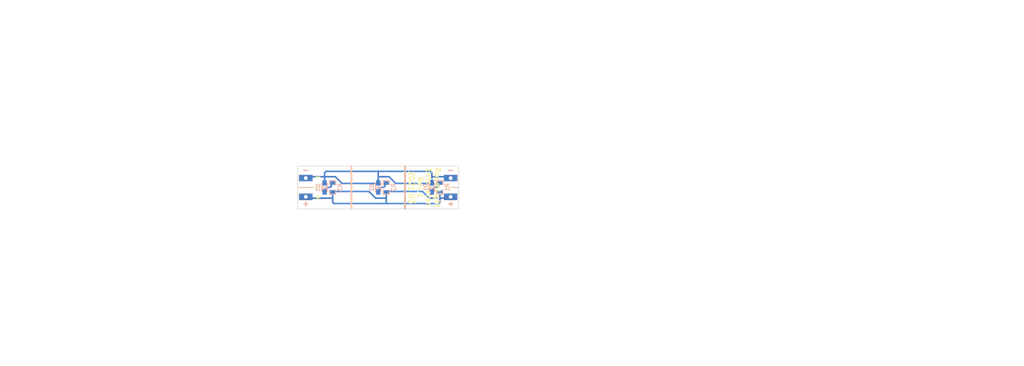
<source format=kicad_pcb>
(kicad_pcb (version 20171130) (host pcbnew "(5.1.9)-1")

  (general
    (thickness 0.8)
    (drawings 60)
    (tracks 87)
    (zones 0)
    (modules 10)
    (nets 6)
  )

  (page A4)
  (layers
    (0 F.Cu signal)
    (31 B.Cu signal)
    (32 B.Adhes user)
    (33 F.Adhes user)
    (34 B.Paste user)
    (35 F.Paste user)
    (36 B.SilkS user)
    (37 F.SilkS user)
    (38 B.Mask user)
    (39 F.Mask user)
    (40 Dwgs.User user)
    (41 Cmts.User user)
    (42 Eco1.User user)
    (43 Eco2.User user)
    (44 Edge.Cuts user)
    (45 Margin user)
    (46 B.CrtYd user)
    (47 F.CrtYd user)
    (48 B.Fab user)
    (49 F.Fab user)
  )

  (setup
    (last_trace_width 0.17)
    (user_trace_width 0.17)
    (user_trace_width 0.2)
    (user_trace_width 0.25)
    (user_trace_width 0.3)
    (user_trace_width 0.4)
    (user_trace_width 0.5)
    (user_trace_width 0.7)
    (trace_clearance 0.16)
    (zone_clearance 0.2)
    (zone_45_only no)
    (trace_min 0.15)
    (via_size 0.8)
    (via_drill 0.4)
    (via_min_size 0.4)
    (via_min_drill 0.3)
    (user_via 0.6 0.3)
    (user_via 0.8 0.4)
    (user_via 1 0.5)
    (uvia_size 0.3)
    (uvia_drill 0.1)
    (uvias_allowed no)
    (uvia_min_size 0.2)
    (uvia_min_drill 0.1)
    (edge_width 0.1)
    (segment_width 0.2)
    (pcb_text_width 0.3)
    (pcb_text_size 1.5 1.5)
    (mod_edge_width 0.15)
    (mod_text_size 1 1)
    (mod_text_width 0.15)
    (pad_size 1 1.8)
    (pad_drill 0)
    (pad_to_mask_clearance 0)
    (aux_axis_origin 0 0)
    (visible_elements 7FFFFF7F)
    (pcbplotparams
      (layerselection 0x010fc_ffffffff)
      (usegerberextensions false)
      (usegerberattributes true)
      (usegerberadvancedattributes true)
      (creategerberjobfile true)
      (excludeedgelayer true)
      (linewidth 0.100000)
      (plotframeref false)
      (viasonmask false)
      (mode 1)
      (useauxorigin false)
      (hpglpennumber 1)
      (hpglpenspeed 20)
      (hpglpendiameter 15.000000)
      (psnegative false)
      (psa4output false)
      (plotreference true)
      (plotvalue true)
      (plotinvisibletext false)
      (padsonsilk false)
      (subtractmaskfromsilk false)
      (outputformat 1)
      (mirror false)
      (drillshape 1)
      (scaleselection 1)
      (outputdirectory ""))
  )

  (net 0 "")
  (net 1 +12V)
  (net 2 GND)
  (net 3 "Net-(D1-Pad2)")
  (net 4 "Net-(D2-Pad2)")
  (net 5 "Net-(D3-Pad2)")

  (net_class Default "これはデフォルトのネット クラスです。"
    (clearance 0.16)
    (trace_width 0.17)
    (via_dia 0.8)
    (via_drill 0.4)
    (uvia_dia 0.3)
    (uvia_drill 0.1)
    (add_net +12V)
    (add_net GND)
    (add_net "Net-(D1-Pad2)")
    (add_net "Net-(D2-Pad2)")
    (add_net "Net-(D3-Pad2)")
  )

  (module footprint:LED_1608 (layer B.Cu) (tedit 5BA5BAEF) (tstamp 6044AE4B)
    (at 142 110 270)
    (path /6044B11E)
    (attr smd)
    (fp_text reference D1 (at 0 1.2 90) (layer B.SilkS)
      (effects (font (size 0.7 0.7) (thickness 0.14)) (justify mirror))
    )
    (fp_text value LED (at 0 1.25 90) (layer B.Fab) hide
      (effects (font (size 0.7 0.7) (thickness 0.14)) (justify mirror))
    )
    (fp_line (start 0.2 0.3) (end 0.2 -0.3) (layer B.SilkS) (width 0.15))
    (fp_line (start 0.2 -0.3) (end -0.2 0) (layer B.SilkS) (width 0.15))
    (fp_line (start -0.2 0) (end 0.2 0.3) (layer B.SilkS) (width 0.15))
    (fp_line (start -0.8 0.5) (end 0.8 0.5) (layer B.SilkS) (width 0.2))
    (fp_line (start -0.8 -0.5) (end 0.8 -0.5) (layer B.SilkS) (width 0.2))
    (pad 1 smd rect (at -0.85 0 270) (size 1 0.8) (layers B.Cu B.Paste B.Mask)
      (net 2 GND))
    (pad 2 smd rect (at 0.85 0 270) (size 1 0.8) (layers B.Cu B.Paste B.Mask)
      (net 3 "Net-(D1-Pad2)"))
    (model ${KISYS3DMOD}/LED_SMD.3dshapes/LED_0603_1608Metric_Castellated.step
      (at (xyz 0 0 0))
      (scale (xyz 1 1 0.5))
      (rotate (xyz 0 0 0))
    )
  )

  (module footprint:LED_1608 (layer B.Cu) (tedit 5BA5BAEF) (tstamp 6044AE56)
    (at 132 110 270)
    (path /6044E253)
    (attr smd)
    (fp_text reference D2 (at 0 1.2 90) (layer B.SilkS)
      (effects (font (size 0.7 0.7) (thickness 0.14)) (justify mirror))
    )
    (fp_text value LED (at 0 1.25 90) (layer B.Fab) hide
      (effects (font (size 0.7 0.7) (thickness 0.14)) (justify mirror))
    )
    (fp_line (start -0.8 -0.5) (end 0.8 -0.5) (layer B.SilkS) (width 0.2))
    (fp_line (start -0.8 0.5) (end 0.8 0.5) (layer B.SilkS) (width 0.2))
    (fp_line (start -0.2 0) (end 0.2 0.3) (layer B.SilkS) (width 0.15))
    (fp_line (start 0.2 -0.3) (end -0.2 0) (layer B.SilkS) (width 0.15))
    (fp_line (start 0.2 0.3) (end 0.2 -0.3) (layer B.SilkS) (width 0.15))
    (pad 2 smd rect (at 0.85 0 270) (size 1 0.8) (layers B.Cu B.Paste B.Mask)
      (net 4 "Net-(D2-Pad2)"))
    (pad 1 smd rect (at -0.85 0 270) (size 1 0.8) (layers B.Cu B.Paste B.Mask)
      (net 2 GND))
    (model ${KISYS3DMOD}/LED_SMD.3dshapes/LED_0603_1608Metric_Castellated.step
      (at (xyz 0 0 0))
      (scale (xyz 1 1 0.5))
      (rotate (xyz 0 0 0))
    )
  )

  (module footprint:LED_1608 (layer B.Cu) (tedit 5BA5BAEF) (tstamp 6044AE61)
    (at 122 110 270)
    (path /6044E818)
    (attr smd)
    (fp_text reference D3 (at 0 1.2 90) (layer B.SilkS)
      (effects (font (size 0.7 0.7) (thickness 0.14)) (justify mirror))
    )
    (fp_text value LED (at 0 1.25 90) (layer B.Fab) hide
      (effects (font (size 0.7 0.7) (thickness 0.14)) (justify mirror))
    )
    (fp_line (start 0.2 0.3) (end 0.2 -0.3) (layer B.SilkS) (width 0.15))
    (fp_line (start 0.2 -0.3) (end -0.2 0) (layer B.SilkS) (width 0.15))
    (fp_line (start -0.2 0) (end 0.2 0.3) (layer B.SilkS) (width 0.15))
    (fp_line (start -0.8 0.5) (end 0.8 0.5) (layer B.SilkS) (width 0.2))
    (fp_line (start -0.8 -0.5) (end 0.8 -0.5) (layer B.SilkS) (width 0.2))
    (pad 1 smd rect (at -0.85 0 270) (size 1 0.8) (layers B.Cu B.Paste B.Mask)
      (net 2 GND))
    (pad 2 smd rect (at 0.85 0 270) (size 1 0.8) (layers B.Cu B.Paste B.Mask)
      (net 5 "Net-(D3-Pad2)"))
    (model ${KISYS3DMOD}/LED_SMD.3dshapes/LED_0603_1608Metric_Castellated.step
      (at (xyz 0 0 0))
      (scale (xyz 1 1 0.5))
      (rotate (xyz 0 0 0))
    )
  )

  (module footprint:PCB_CONN_PAD_2.5mmx1.2mm (layer F.Cu) (tedit 6044A72B) (tstamp 6044AE66)
    (at 145.5 111.75)
    (path /6044ECF8)
    (fp_text reference J1 (at 0 1.5) (layer F.SilkS) hide
      (effects (font (size 1 1) (thickness 0.15)))
    )
    (fp_text value PAD (at 0 -1.5) (layer F.Fab) hide
      (effects (font (size 1 1) (thickness 0.15)))
    )
    (pad 1 thru_hole rect (at 0 0) (size 2.5 1.2) (drill 0.7) (layers *.Cu *.Mask)
      (net 1 +12V))
  )

  (module footprint:PCB_CONN_PAD_2.5mmx1.2mm (layer F.Cu) (tedit 6044A72B) (tstamp 6044AE6B)
    (at 118.5 111.75)
    (path /6044F0A3)
    (fp_text reference J2 (at 0 1.5) (layer F.SilkS) hide
      (effects (font (size 1 1) (thickness 0.15)))
    )
    (fp_text value PAD (at 0 -1.5) (layer F.Fab) hide
      (effects (font (size 1 1) (thickness 0.15)))
    )
    (pad 1 thru_hole rect (at 0 0) (size 2.5 1.2) (drill 0.7) (layers *.Cu *.Mask)
      (net 1 +12V))
  )

  (module footprint:PCB_CONN_PAD_2.5mmx1.2mm (layer F.Cu) (tedit 6044A72B) (tstamp 6044AE70)
    (at 145.5 108.25)
    (path /6044F459)
    (fp_text reference J3 (at 0 1.5) (layer F.SilkS) hide
      (effects (font (size 1 1) (thickness 0.15)))
    )
    (fp_text value PAD (at 0 -1.5) (layer F.Fab) hide
      (effects (font (size 1 1) (thickness 0.15)))
    )
    (pad 1 thru_hole rect (at 0 0) (size 2.5 1.2) (drill 0.7) (layers *.Cu *.Mask)
      (net 2 GND))
  )

  (module footprint:PCB_CONN_PAD_2.5mmx1.2mm (layer F.Cu) (tedit 6044A72B) (tstamp 6044AE75)
    (at 118.5 108.25)
    (path /6044FB82)
    (fp_text reference J4 (at 0 1.5) (layer F.SilkS) hide
      (effects (font (size 1 1) (thickness 0.15)))
    )
    (fp_text value PAD (at 0 -1.5) (layer F.Fab) hide
      (effects (font (size 1 1) (thickness 0.15)))
    )
    (pad 1 thru_hole rect (at 0 0) (size 2.5 1.2) (drill 0.7) (layers *.Cu *.Mask)
      (net 2 GND))
  )

  (module footprint:R_1608_v2 (layer B.Cu) (tedit 6001105B) (tstamp 6044AE81)
    (at 143.5 110 90)
    (path /6044ABF7)
    (attr smd)
    (fp_text reference R1 (at 0 1.4 90) (layer B.SilkS)
      (effects (font (size 0.8 0.8) (thickness 0.14)) (justify mirror))
    )
    (fp_text value 472 (at 0.05 1.25 90) (layer B.Fab) hide
      (effects (font (size 0.8 0.8) (thickness 0.14)) (justify mirror))
    )
    (fp_line (start -0.45 0.58) (end -1.28 0.58) (layer B.SilkS) (width 0.18))
    (fp_line (start -1.28 0.58) (end -1.28 -0.58) (layer B.SilkS) (width 0.18))
    (fp_line (start -1.28 -0.58) (end -0.45 -0.58) (layer B.SilkS) (width 0.18))
    (fp_line (start 0.45 0.58) (end 1.28 0.58) (layer B.SilkS) (width 0.18))
    (fp_line (start 1.28 0.58) (end 1.28 -0.58) (layer B.SilkS) (width 0.18))
    (fp_line (start 1.28 -0.58) (end 0.45 -0.58) (layer B.SilkS) (width 0.18))
    (pad 1 smd rect (at -0.825 0 90) (size 0.65 0.9) (layers B.Cu B.Paste B.Mask)
      (net 1 +12V))
    (pad 2 smd rect (at 0.825 0 90) (size 0.65 0.9) (layers B.Cu B.Paste B.Mask)
      (net 3 "Net-(D1-Pad2)"))
    (model Resistors_SMD.3dshapes/R_0603.wrl
      (at (xyz 0 0 0))
      (scale (xyz 1 1 1))
      (rotate (xyz 0 0 0))
    )
    (model ${KISYS3DMOD}/Resistor_SMD.3dshapes/R_0603_1608Metric.step
      (at (xyz 0 0 0))
      (scale (xyz 1 1 1))
      (rotate (xyz 0 0 0))
    )
  )

  (module footprint:R_1608_v2 (layer B.Cu) (tedit 6001105B) (tstamp 6044AE8D)
    (at 133.5 110 90)
    (path /6044E259)
    (attr smd)
    (fp_text reference R2 (at 0 1.4 90) (layer B.SilkS)
      (effects (font (size 0.8 0.8) (thickness 0.14)) (justify mirror))
    )
    (fp_text value 472 (at 0.05 1.25 90) (layer B.Fab) hide
      (effects (font (size 0.8 0.8) (thickness 0.14)) (justify mirror))
    )
    (fp_line (start 1.28 -0.58) (end 0.45 -0.58) (layer B.SilkS) (width 0.18))
    (fp_line (start 1.28 0.58) (end 1.28 -0.58) (layer B.SilkS) (width 0.18))
    (fp_line (start 0.45 0.58) (end 1.28 0.58) (layer B.SilkS) (width 0.18))
    (fp_line (start -1.28 -0.58) (end -0.45 -0.58) (layer B.SilkS) (width 0.18))
    (fp_line (start -1.28 0.58) (end -1.28 -0.58) (layer B.SilkS) (width 0.18))
    (fp_line (start -0.45 0.58) (end -1.28 0.58) (layer B.SilkS) (width 0.18))
    (pad 2 smd rect (at 0.825 0 90) (size 0.65 0.9) (layers B.Cu B.Paste B.Mask)
      (net 4 "Net-(D2-Pad2)"))
    (pad 1 smd rect (at -0.825 0 90) (size 0.65 0.9) (layers B.Cu B.Paste B.Mask)
      (net 1 +12V))
    (model Resistors_SMD.3dshapes/R_0603.wrl
      (at (xyz 0 0 0))
      (scale (xyz 1 1 1))
      (rotate (xyz 0 0 0))
    )
    (model ${KISYS3DMOD}/Resistor_SMD.3dshapes/R_0603_1608Metric.step
      (at (xyz 0 0 0))
      (scale (xyz 1 1 1))
      (rotate (xyz 0 0 0))
    )
  )

  (module footprint:R_1608_v2 (layer B.Cu) (tedit 6001105B) (tstamp 6044B0CC)
    (at 123.5 110 90)
    (path /6044E81E)
    (attr smd)
    (fp_text reference R3 (at 0 1.4 90) (layer B.SilkS)
      (effects (font (size 0.8 0.8) (thickness 0.14)) (justify mirror))
    )
    (fp_text value 472 (at 0.05 1.25 90) (layer B.Fab) hide
      (effects (font (size 0.8 0.8) (thickness 0.14)) (justify mirror))
    )
    (fp_line (start -0.45 0.58) (end -1.28 0.58) (layer B.SilkS) (width 0.18))
    (fp_line (start -1.28 0.58) (end -1.28 -0.58) (layer B.SilkS) (width 0.18))
    (fp_line (start -1.28 -0.58) (end -0.45 -0.58) (layer B.SilkS) (width 0.18))
    (fp_line (start 0.45 0.58) (end 1.28 0.58) (layer B.SilkS) (width 0.18))
    (fp_line (start 1.28 0.58) (end 1.28 -0.58) (layer B.SilkS) (width 0.18))
    (fp_line (start 1.28 -0.58) (end 0.45 -0.58) (layer B.SilkS) (width 0.18))
    (pad 1 smd rect (at -0.825 0 90) (size 0.65 0.9) (layers B.Cu B.Paste B.Mask)
      (net 1 +12V))
    (pad 2 smd rect (at 0.825 0 90) (size 0.65 0.9) (layers B.Cu B.Paste B.Mask)
      (net 5 "Net-(D3-Pad2)"))
    (model Resistors_SMD.3dshapes/R_0603.wrl
      (at (xyz 0 0 0))
      (scale (xyz 1 1 1))
      (rotate (xyz 0 0 0))
    )
    (model ${KISYS3DMOD}/Resistor_SMD.3dshapes/R_0603_1608Metric.step
      (at (xyz 0 0 0))
      (scale (xyz 1 1 1))
      (rotate (xyz 0 0 0))
    )
  )

  (gr_line (start 117 110) (end 119.75 110) (layer B.SilkS) (width 0.15))
  (gr_line (start 147 110) (end 145.75 110) (layer B.SilkS) (width 0.15))
  (gr_line (start 147 110) (end 144.5 110) (layer F.SilkS) (width 0.15))
  (gr_line (start 117 110) (end 121 110) (layer F.SilkS) (width 0.15))
  (gr_text "Rev.1\n2021.03" (at 139 110 -90) (layer F.SilkS)
    (effects (font (size 1 1) (thickness 0.18)))
  )
  (gr_text "Roomlight\nExtension" (at 142.25 110 -90) (layer F.SilkS)
    (effects (font (size 1 1) (thickness 0.18)))
  )
  (gr_text - (at 145.5 106.75) (layer B.SilkS) (tstamp 6044B338)
    (effects (font (size 1 1) (thickness 0.22)) (justify mirror))
  )
  (gr_text - (at 118.5 106.75) (layer B.SilkS) (tstamp 6044B335)
    (effects (font (size 1 1) (thickness 0.22)) (justify mirror))
  )
  (gr_text + (at 118.5 113) (layer B.SilkS) (tstamp 6044B333)
    (effects (font (size 1 1) (thickness 0.22)) (justify mirror))
  )
  (gr_text + (at 145.5 113) (layer B.SilkS) (tstamp 6044B324)
    (effects (font (size 1 1) (thickness 0.22)) (justify mirror))
  )
  (gr_text - (at 145.5 106.75) (layer F.SilkS) (tstamp 6044B31F)
    (effects (font (size 1 1) (thickness 0.22)))
  )
  (gr_text - (at 120.75 108) (layer F.SilkS) (tstamp 6044B31B)
    (effects (font (size 1 1) (thickness 0.22)))
  )
  (gr_text + (at 120.75 111.75) (layer F.SilkS) (tstamp 6044B317)
    (effects (font (size 1 1) (thickness 0.22)))
  )
  (gr_text + (at 145.5 113) (layer F.SilkS)
    (effects (font (size 1 1) (thickness 0.22)))
  )
  (gr_line (start 147 114) (end 147 106) (layer Edge.Cuts) (width 0.1))
  (gr_line (start 147 106) (end 117 106) (layer Edge.Cuts) (width 0.1) (tstamp 6044AD9E))
  (gr_line (start 117 114) (end 147 114) (layer Edge.Cuts) (width 0.1))
  (gr_line (start 117 106) (end 117 114) (layer Edge.Cuts) (width 0.1))
  (dimension 10 (width 0.15) (layer Eco1.User)
    (gr_text "10.000 mm" (at 208.7 138.25 90) (layer Eco1.User)
      (effects (font (size 1 1) (thickness 0.15)))
    )
    (feature1 (pts (xy 211.5 133.25) (xy 209.413579 133.25)))
    (feature2 (pts (xy 211.5 143.25) (xy 209.413579 143.25)))
    (crossbar (pts (xy 210 143.25) (xy 210 133.25)))
    (arrow1a (pts (xy 210 133.25) (xy 210.586421 134.376504)))
    (arrow1b (pts (xy 210 133.25) (xy 209.413579 134.376504)))
    (arrow2a (pts (xy 210 143.25) (xy 210.586421 142.123496)))
    (arrow2b (pts (xy 210 143.25) (xy 209.413579 142.123496)))
  )
  (dimension 10 (width 0.15) (layer Eco1.User) (tstamp 6003C453)
    (gr_text "10.000 mm" (at 162 76.7) (layer Eco1.User) (tstamp 6003C453)
      (effects (font (size 1 1) (thickness 0.15)))
    )
    (feature1 (pts (xy 157 81) (xy 157 77.413579)))
    (feature2 (pts (xy 167 81) (xy 167 77.413579)))
    (crossbar (pts (xy 167 78) (xy 157 78)))
    (arrow1a (pts (xy 157 78) (xy 158.126504 78.586421)))
    (arrow1b (pts (xy 157 78) (xy 158.126504 77.413579)))
    (arrow2a (pts (xy 167 78) (xy 165.873496 78.586421)))
    (arrow2b (pts (xy 167 78) (xy 165.873496 77.413579)))
  )
  (gr_line (start 245.25 111.75) (end 97.5 111.75) (layer Dwgs.User) (width 0.15) (tstamp 600458F6))
  (gr_line (start 209.3 108.1) (end 61.55 108.1) (layer Dwgs.User) (width 0.15) (tstamp 600458F9))
  (gr_line (start 245.25 109.25) (end 97.5 109.25) (layer Dwgs.User) (width 0.15) (tstamp 600458FC))
  (dimension 1.75 (width 0.15) (layer Eco1.User)
    (gr_text "1.750 mm" (at 251.05 113.125 90) (layer Eco1.User)
      (effects (font (size 1 1) (thickness 0.15)))
    )
    (feature1 (pts (xy 247 112.25) (xy 250.336421 112.25)))
    (feature2 (pts (xy 247 114) (xy 250.336421 114)))
    (crossbar (pts (xy 249.75 114) (xy 249.75 112.25)))
    (arrow1a (pts (xy 249.75 112.25) (xy 249.163579 113.376504)))
    (arrow1b (pts (xy 249.75 112.25) (xy 250.336421 113.376504)))
    (arrow2a (pts (xy 249.75 114) (xy 249.163579 112.873496)))
    (arrow2b (pts (xy 249.75 114) (xy 250.336421 112.873496)))
  )
  (dimension 1.75 (width 0.15) (layer Eco1.User)
    (gr_text "1.750 mm" (at 250.55 106.875 90) (layer Eco1.User)
      (effects (font (size 1 1) (thickness 0.15)))
    )
    (feature1 (pts (xy 247 107.75) (xy 249.836421 107.75)))
    (feature2 (pts (xy 247 106) (xy 249.836421 106)))
    (crossbar (pts (xy 249.25 106) (xy 249.25 107.75)))
    (arrow1a (pts (xy 249.25 107.75) (xy 249.836421 106.623496)))
    (arrow1b (pts (xy 249.25 107.75) (xy 248.663579 106.623496)))
    (arrow2a (pts (xy 249.25 106) (xy 249.836421 107.126504)))
    (arrow2b (pts (xy 249.25 106) (xy 248.663579 107.126504)))
  )
  (dimension 6.5 (width 0.15) (layer Eco1.User)
    (gr_text "6.500 mm" (at 209.25 125.8) (layer Eco1.User)
      (effects (font (size 1 1) (thickness 0.15)))
    )
    (feature1 (pts (xy 206 123) (xy 206 125.086421)))
    (feature2 (pts (xy 212.5 123) (xy 212.5 125.086421)))
    (crossbar (pts (xy 212.5 124.5) (xy 206 124.5)))
    (arrow1a (pts (xy 206 124.5) (xy 207.126504 125.086421)))
    (arrow1b (pts (xy 206 124.5) (xy 207.126504 123.913579)))
    (arrow2a (pts (xy 212.5 124.5) (xy 211.373496 125.086421)))
    (arrow2b (pts (xy 212.5 124.5) (xy 211.373496 123.913579)))
  )
  (dimension 2 (width 0.15) (layer Eco1.User)
    (gr_text "2.000 mm" (at 213.5 130.8) (layer Eco1.User)
      (effects (font (size 1 1) (thickness 0.15)))
    )
    (feature1 (pts (xy 212.5 123) (xy 212.5 130.086421)))
    (feature2 (pts (xy 214.5 123) (xy 214.5 130.086421)))
    (crossbar (pts (xy 214.5 129.5) (xy 212.5 129.5)))
    (arrow1a (pts (xy 212.5 129.5) (xy 213.626504 130.086421)))
    (arrow1b (pts (xy 212.5 129.5) (xy 213.626504 128.913579)))
    (arrow2a (pts (xy 214.5 129.5) (xy 213.373496 130.086421)))
    (arrow2b (pts (xy 214.5 129.5) (xy 213.373496 128.913579)))
  )
  (dimension 3 (width 0.15) (layer Eco1.User)
    (gr_text "3.000 mm" (at 216 126.8) (layer Eco1.User)
      (effects (font (size 1 1) (thickness 0.15)))
    )
    (feature1 (pts (xy 214.5 123) (xy 214.5 126.086421)))
    (feature2 (pts (xy 217.5 123) (xy 217.5 126.086421)))
    (crossbar (pts (xy 217.5 125.5) (xy 214.5 125.5)))
    (arrow1a (pts (xy 214.5 125.5) (xy 215.626504 126.086421)))
    (arrow1b (pts (xy 214.5 125.5) (xy 215.626504 124.913579)))
    (arrow2a (pts (xy 217.5 125.5) (xy 216.373496 126.086421)))
    (arrow2b (pts (xy 217.5 125.5) (xy 216.373496 124.913579)))
  )
  (dimension 26.5 (width 0.15) (layer Eco1.User)
    (gr_text "26.500 mm" (at 230.75 125.8) (layer Eco1.User)
      (effects (font (size 1 1) (thickness 0.15)))
    )
    (feature1 (pts (xy 217.5 123) (xy 217.5 125.086421)))
    (feature2 (pts (xy 244 123) (xy 244 125.086421)))
    (crossbar (pts (xy 244 124.5) (xy 217.5 124.5)))
    (arrow1a (pts (xy 217.5 124.5) (xy 218.626504 125.086421)))
    (arrow1b (pts (xy 217.5 124.5) (xy 218.626504 123.913579)))
    (arrow2a (pts (xy 244 124.5) (xy 242.873496 125.086421)))
    (arrow2b (pts (xy 244 124.5) (xy 242.873496 123.913579)))
  )
  (gr_line (start 127 114) (end 127 106) (layer B.SilkS) (width 0.3) (tstamp 5FC2172E))
  (gr_line (start 137 114) (end 137 106) (layer B.SilkS) (width 0.3) (tstamp 5FC2172C))
  (gr_line (start 137 106) (end 137 114) (layer F.SilkS) (width 0.3) (tstamp 5FC20831))
  (gr_line (start 127 106) (end 127 114) (layer F.SilkS) (width 0.3) (tstamp 5FC2082F))
  (dimension 7 (width 0.15) (layer Eco1.User)
    (gr_text "7.000 mm" (at 103.5 76.7) (layer Eco1.User)
      (effects (font (size 1 1) (thickness 0.15)))
    )
    (feature1 (pts (xy 100 81) (xy 100 77.413579)))
    (feature2 (pts (xy 107 81) (xy 107 77.413579)))
    (crossbar (pts (xy 107 78) (xy 100 78)))
    (arrow1a (pts (xy 100 78) (xy 101.126504 78.586421)))
    (arrow1b (pts (xy 100 78) (xy 101.126504 77.413579)))
    (arrow2a (pts (xy 107 78) (xy 105.873496 78.586421)))
    (arrow2b (pts (xy 107 78) (xy 105.873496 77.413579)))
  )
  (dimension 10 (width 0.15) (layer Eco1.User)
    (gr_text "10.000 mm" (at 112 75.7) (layer Eco1.User)
      (effects (font (size 1 1) (thickness 0.15)))
    )
    (feature1 (pts (xy 107 81) (xy 107 76.413579)))
    (feature2 (pts (xy 117 81) (xy 117 76.413579)))
    (crossbar (pts (xy 117 77) (xy 107 77)))
    (arrow1a (pts (xy 107 77) (xy 108.126504 77.586421)))
    (arrow1b (pts (xy 107 77) (xy 108.126504 76.413579)))
    (arrow2a (pts (xy 117 77) (xy 115.873496 77.586421)))
    (arrow2b (pts (xy 117 77) (xy 115.873496 76.413579)))
  )
  (dimension 10 (width 0.15) (layer Eco1.User)
    (gr_text "10.000 mm" (at 122 76.7) (layer Eco1.User)
      (effects (font (size 1 1) (thickness 0.15)))
    )
    (feature1 (pts (xy 117 81) (xy 117 77.413579)))
    (feature2 (pts (xy 127 81) (xy 127 77.413579)))
    (crossbar (pts (xy 127 78) (xy 117 78)))
    (arrow1a (pts (xy 117 78) (xy 118.126504 78.586421)))
    (arrow1b (pts (xy 117 78) (xy 118.126504 77.413579)))
    (arrow2a (pts (xy 127 78) (xy 125.873496 78.586421)))
    (arrow2b (pts (xy 127 78) (xy 125.873496 77.413579)))
  )
  (dimension 10 (width 0.15) (layer Eco1.User)
    (gr_text "10.000 mm" (at 132 75.7) (layer Eco1.User)
      (effects (font (size 1 1) (thickness 0.15)))
    )
    (feature1 (pts (xy 127 81) (xy 127 76.413579)))
    (feature2 (pts (xy 137 81) (xy 137 76.413579)))
    (crossbar (pts (xy 137 77) (xy 127 77)))
    (arrow1a (pts (xy 127 77) (xy 128.126504 77.586421)))
    (arrow1b (pts (xy 127 77) (xy 128.126504 76.413579)))
    (arrow2a (pts (xy 137 77) (xy 135.873496 77.586421)))
    (arrow2b (pts (xy 137 77) (xy 135.873496 76.413579)))
  )
  (dimension 10 (width 0.15) (layer Eco1.User)
    (gr_text "10.000 mm" (at 142 76.7) (layer Eco1.User)
      (effects (font (size 1 1) (thickness 0.15)))
    )
    (feature1 (pts (xy 137 81) (xy 137 77.413579)))
    (feature2 (pts (xy 147 81) (xy 147 77.413579)))
    (crossbar (pts (xy 147 78) (xy 137 78)))
    (arrow1a (pts (xy 137 78) (xy 138.126504 78.586421)))
    (arrow1b (pts (xy 137 78) (xy 138.126504 77.413579)))
    (arrow2a (pts (xy 147 78) (xy 145.873496 78.586421)))
    (arrow2b (pts (xy 147 78) (xy 145.873496 77.413579)))
  )
  (dimension 10 (width 0.15) (layer Eco1.User)
    (gr_text "10.000 mm" (at 152 75.7) (layer Eco1.User)
      (effects (font (size 1 1) (thickness 0.15)))
    )
    (feature1 (pts (xy 147 81) (xy 147 76.413579)))
    (feature2 (pts (xy 157 81) (xy 157 76.413579)))
    (crossbar (pts (xy 157 77) (xy 147 77)))
    (arrow1a (pts (xy 147 77) (xy 148.126504 77.586421)))
    (arrow1b (pts (xy 147 77) (xy 148.126504 76.413579)))
    (arrow2a (pts (xy 157 77) (xy 155.873496 77.586421)))
    (arrow2b (pts (xy 157 77) (xy 155.873496 76.413579)))
  )
  (dimension 60 (width 0.15) (layer Eco1.User)
    (gr_text "60.000 mm" (at 197 76.7) (layer Eco1.User)
      (effects (font (size 1 1) (thickness 0.15)))
    )
    (feature1 (pts (xy 167 81) (xy 167 77.413579)))
    (feature2 (pts (xy 227 81) (xy 227 77.413579)))
    (crossbar (pts (xy 227 78) (xy 167 78)))
    (arrow1a (pts (xy 167 78) (xy 168.126504 78.586421)))
    (arrow1b (pts (xy 167 78) (xy 168.126504 77.413579)))
    (arrow2a (pts (xy 227 78) (xy 225.873496 78.586421)))
    (arrow2b (pts (xy 227 78) (xy 225.873496 77.413579)))
  )
  (dimension 10 (width 0.15) (layer Eco1.User)
    (gr_text "10.000 mm" (at 232 77.7) (layer Eco1.User)
      (effects (font (size 1 1) (thickness 0.15)))
    )
    (feature1 (pts (xy 227 81) (xy 227 78.413579)))
    (feature2 (pts (xy 237 81) (xy 237 78.413579)))
    (crossbar (pts (xy 237 79) (xy 227 79)))
    (arrow1a (pts (xy 227 79) (xy 228.126504 79.586421)))
    (arrow1b (pts (xy 227 79) (xy 228.126504 78.413579)))
    (arrow2a (pts (xy 237 79) (xy 235.873496 79.586421)))
    (arrow2b (pts (xy 237 79) (xy 235.873496 78.413579)))
  )
  (dimension 7 (width 0.15) (layer Eco1.User)
    (gr_text "7.000 mm" (at 240.5 76.7) (layer Eco1.User)
      (effects (font (size 1 1) (thickness 0.15)))
    )
    (feature1 (pts (xy 237 81) (xy 237 77.413579)))
    (feature2 (pts (xy 244 81) (xy 244 77.413579)))
    (crossbar (pts (xy 244 78) (xy 237 78)))
    (arrow1a (pts (xy 237 78) (xy 238.126504 78.586421)))
    (arrow1b (pts (xy 237 78) (xy 238.126504 77.413579)))
    (arrow2a (pts (xy 244 78) (xy 242.873496 78.586421)))
    (arrow2b (pts (xy 244 78) (xy 242.873496 77.413579)))
  )
  (dimension 21 (width 0.15) (layer Eco1.User)
    (gr_text "21.000 mm" (at 233.5 84.7) (layer Eco1.User)
      (effects (font (size 1 1) (thickness 0.15)))
    )
    (feature1 (pts (xy 223 89) (xy 223 85.413579)))
    (feature2 (pts (xy 244 89) (xy 244 85.413579)))
    (crossbar (pts (xy 244 86) (xy 223 86)))
    (arrow1a (pts (xy 223 86) (xy 224.126504 86.586421)))
    (arrow1b (pts (xy 223 86) (xy 224.126504 85.413579)))
    (arrow2a (pts (xy 244 86) (xy 242.873496 86.586421)))
    (arrow2b (pts (xy 244 86) (xy 242.873496 85.413579)))
  )
  (dimension 1 (width 0.15) (layer Eco1.User)
    (gr_text "1.000 mm" (at 243.5 92.7) (layer Eco1.User)
      (effects (font (size 1 1) (thickness 0.15)))
    )
    (feature1 (pts (xy 244 98) (xy 244 93.413579)))
    (feature2 (pts (xy 243 98) (xy 243 93.413579)))
    (crossbar (pts (xy 243 94) (xy 244 94)))
    (arrow1a (pts (xy 244 94) (xy 242.873496 93.413579)))
    (arrow1b (pts (xy 244 94) (xy 242.873496 94.586421)))
    (arrow2a (pts (xy 243 94) (xy 244.126504 93.413579)))
    (arrow2b (pts (xy 243 94) (xy 244.126504 94.586421)))
  )
  (dimension 7 (width 0.15) (layer Eco1.User)
    (gr_text "7.000 mm" (at 239.5 94.7) (layer Eco1.User)
      (effects (font (size 1 1) (thickness 0.15)))
    )
    (feature1 (pts (xy 243 98) (xy 243 95.413579)))
    (feature2 (pts (xy 236 98) (xy 236 95.413579)))
    (crossbar (pts (xy 236 96) (xy 243 96)))
    (arrow1a (pts (xy 243 96) (xy 241.873496 95.413579)))
    (arrow1b (pts (xy 243 96) (xy 241.873496 96.586421)))
    (arrow2a (pts (xy 236 96) (xy 237.126504 95.413579)))
    (arrow2b (pts (xy 236 96) (xy 237.126504 96.586421)))
  )
  (dimension 10 (width 0.15) (layer Eco1.User)
    (gr_text "10.000 mm" (at 231 92.7) (layer Eco1.User)
      (effects (font (size 1 1) (thickness 0.15)))
    )
    (feature1 (pts (xy 236 98) (xy 236 93.413579)))
    (feature2 (pts (xy 226 98) (xy 226 93.413579)))
    (crossbar (pts (xy 226 94) (xy 236 94)))
    (arrow1a (pts (xy 236 94) (xy 234.873496 93.413579)))
    (arrow1b (pts (xy 236 94) (xy 234.873496 94.586421)))
    (arrow2a (pts (xy 226 94) (xy 227.126504 93.413579)))
    (arrow2b (pts (xy 226 94) (xy 227.126504 94.586421)))
  )
  (dimension 12.5 (width 0.15) (layer Eco1.User)
    (gr_text "12.500 mm" (at 219.75 94.7) (layer Eco1.User)
      (effects (font (size 1 1) (thickness 0.15)))
    )
    (feature1 (pts (xy 226 98) (xy 226 95.413579)))
    (feature2 (pts (xy 213.5 98) (xy 213.5 95.413579)))
    (crossbar (pts (xy 213.5 96) (xy 226 96)))
    (arrow1a (pts (xy 226 96) (xy 224.873496 95.413579)))
    (arrow1b (pts (xy 226 96) (xy 224.873496 96.586421)))
    (arrow2a (pts (xy 213.5 96) (xy 214.626504 95.413579)))
    (arrow2b (pts (xy 213.5 96) (xy 214.626504 96.586421)))
  )
  (dimension 13 (width 0.15) (layer Eco1.User)
    (gr_text "13.000 mm" (at 207 92.7) (layer Eco1.User)
      (effects (font (size 1 1) (thickness 0.15)))
    )
    (feature1 (pts (xy 213.5 98) (xy 213.5 93.413579)))
    (feature2 (pts (xy 200.5 98) (xy 200.5 93.413579)))
    (crossbar (pts (xy 200.5 94) (xy 213.5 94)))
    (arrow1a (pts (xy 213.5 94) (xy 212.373496 93.413579)))
    (arrow1b (pts (xy 213.5 94) (xy 212.373496 94.586421)))
    (arrow2a (pts (xy 200.5 94) (xy 201.626504 93.413579)))
    (arrow2b (pts (xy 200.5 94) (xy 201.626504 94.586421)))
  )
  (dimension 13 (width 0.15) (layer Eco1.User)
    (gr_text "13.000 mm" (at 194 94.7) (layer Eco1.User)
      (effects (font (size 1 1) (thickness 0.15)))
    )
    (feature1 (pts (xy 200.5 98) (xy 200.5 95.413579)))
    (feature2 (pts (xy 187.5 98) (xy 187.5 95.413579)))
    (crossbar (pts (xy 187.5 96) (xy 200.5 96)))
    (arrow1a (pts (xy 200.5 96) (xy 199.373496 95.413579)))
    (arrow1b (pts (xy 200.5 96) (xy 199.373496 96.586421)))
    (arrow2a (pts (xy 187.5 96) (xy 188.626504 95.413579)))
    (arrow2b (pts (xy 187.5 96) (xy 188.626504 96.586421)))
  )
  (dimension 13 (width 0.15) (layer Eco1.User)
    (gr_text "13.000 mm" (at 181 92.7) (layer Eco1.User)
      (effects (font (size 1 1) (thickness 0.15)))
    )
    (feature1 (pts (xy 187.5 98) (xy 187.5 93.413579)))
    (feature2 (pts (xy 174.5 98) (xy 174.5 93.413579)))
    (crossbar (pts (xy 174.5 94) (xy 187.5 94)))
    (arrow1a (pts (xy 187.5 94) (xy 186.373496 93.413579)))
    (arrow1b (pts (xy 187.5 94) (xy 186.373496 94.586421)))
    (arrow2a (pts (xy 174.5 94) (xy 175.626504 93.413579)))
    (arrow2b (pts (xy 174.5 94) (xy 175.626504 94.586421)))
  )
  (dimension 12.5 (width 0.15) (layer Eco1.User)
    (gr_text "12.500 mm" (at 168.25 94.7) (layer Eco1.User)
      (effects (font (size 1 1) (thickness 0.15)))
    )
    (feature1 (pts (xy 174.5 98) (xy 174.5 95.413579)))
    (feature2 (pts (xy 162 98) (xy 162 95.413579)))
    (crossbar (pts (xy 162 96) (xy 174.5 96)))
    (arrow1a (pts (xy 174.5 96) (xy 173.373496 95.413579)))
    (arrow1b (pts (xy 174.5 96) (xy 173.373496 96.586421)))
    (arrow2a (pts (xy 162 96) (xy 163.126504 95.413579)))
    (arrow2b (pts (xy 162 96) (xy 163.126504 96.586421)))
  )
  (dimension 10 (width 0.15) (layer Eco1.User)
    (gr_text "10.000 mm" (at 157 92.7) (layer Eco1.User)
      (effects (font (size 1 1) (thickness 0.15)))
    )
    (feature1 (pts (xy 162 98) (xy 162 93.413579)))
    (feature2 (pts (xy 152 98) (xy 152 93.413579)))
    (crossbar (pts (xy 152 94) (xy 162 94)))
    (arrow1a (pts (xy 162 94) (xy 160.873496 93.413579)))
    (arrow1b (pts (xy 162 94) (xy 160.873496 94.586421)))
    (arrow2a (pts (xy 152 94) (xy 153.126504 93.413579)))
    (arrow2b (pts (xy 152 94) (xy 153.126504 94.586421)))
  )
  (dimension 10 (width 0.15) (layer Eco1.User)
    (gr_text "10.000 mm" (at 147 94.7) (layer Eco1.User)
      (effects (font (size 1 1) (thickness 0.15)))
    )
    (feature1 (pts (xy 152 98) (xy 152 95.413579)))
    (feature2 (pts (xy 142 98) (xy 142 95.413579)))
    (crossbar (pts (xy 142 96) (xy 152 96)))
    (arrow1a (pts (xy 152 96) (xy 150.873496 95.413579)))
    (arrow1b (pts (xy 152 96) (xy 150.873496 96.586421)))
    (arrow2a (pts (xy 142 96) (xy 143.126504 95.413579)))
    (arrow2b (pts (xy 142 96) (xy 143.126504 96.586421)))
  )
  (dimension 10 (width 0.15) (layer Eco1.User)
    (gr_text "10.000 mm" (at 137 92.7) (layer Eco1.User)
      (effects (font (size 1 1) (thickness 0.15)))
    )
    (feature1 (pts (xy 142 98) (xy 142 93.413579)))
    (feature2 (pts (xy 132 98) (xy 132 93.413579)))
    (crossbar (pts (xy 132 94) (xy 142 94)))
    (arrow1a (pts (xy 142 94) (xy 140.873496 93.413579)))
    (arrow1b (pts (xy 142 94) (xy 140.873496 94.586421)))
    (arrow2a (pts (xy 132 94) (xy 133.126504 93.413579)))
    (arrow2b (pts (xy 132 94) (xy 133.126504 94.586421)))
  )
  (dimension 10 (width 0.15) (layer Eco1.User)
    (gr_text "10.000 mm" (at 127 94.7) (layer Eco1.User)
      (effects (font (size 1 1) (thickness 0.15)))
    )
    (feature1 (pts (xy 132 98) (xy 132 95.413579)))
    (feature2 (pts (xy 122 98) (xy 122 95.413579)))
    (crossbar (pts (xy 122 96) (xy 132 96)))
    (arrow1a (pts (xy 132 96) (xy 130.873496 95.413579)))
    (arrow1b (pts (xy 132 96) (xy 130.873496 96.586421)))
    (arrow2a (pts (xy 122 96) (xy 123.126504 95.413579)))
    (arrow2b (pts (xy 122 96) (xy 123.126504 96.586421)))
  )
  (dimension 10 (width 0.15) (layer Eco1.User)
    (gr_text "10.000 mm" (at 117 92.7) (layer Eco1.User)
      (effects (font (size 1 1) (thickness 0.15)))
    )
    (feature1 (pts (xy 122 98) (xy 122 93.413579)))
    (feature2 (pts (xy 112 98) (xy 112 93.413579)))
    (crossbar (pts (xy 112 94) (xy 122 94)))
    (arrow1a (pts (xy 122 94) (xy 120.873496 93.413579)))
    (arrow1b (pts (xy 122 94) (xy 120.873496 94.586421)))
    (arrow2a (pts (xy 112 94) (xy 113.126504 93.413579)))
    (arrow2b (pts (xy 112 94) (xy 113.126504 94.586421)))
  )
  (dimension 10 (width 0.15) (layer Eco1.User)
    (gr_text "10.000 mm" (at 107 94.7) (layer Eco1.User)
      (effects (font (size 1 1) (thickness 0.15)))
    )
    (feature1 (pts (xy 112 98) (xy 112 95.413579)))
    (feature2 (pts (xy 102 98) (xy 102 95.413579)))
    (crossbar (pts (xy 102 96) (xy 112 96)))
    (arrow1a (pts (xy 112 96) (xy 110.873496 95.413579)))
    (arrow1b (pts (xy 112 96) (xy 110.873496 96.586421)))
    (arrow2a (pts (xy 102 96) (xy 103.126504 95.413579)))
    (arrow2b (pts (xy 102 96) (xy 103.126504 96.586421)))
  )
  (dimension 2 (width 0.15) (layer Eco1.User)
    (gr_text "2.000 mm" (at 101 92.7) (layer Eco1.User)
      (effects (font (size 1 1) (thickness 0.15)))
    )
    (feature1 (pts (xy 102 98) (xy 102 93.413579)))
    (feature2 (pts (xy 100 98) (xy 100 93.413579)))
    (crossbar (pts (xy 100 94) (xy 102 94)))
    (arrow1a (pts (xy 102 94) (xy 100.873496 93.413579)))
    (arrow1b (pts (xy 102 94) (xy 100.873496 94.586421)))
    (arrow2a (pts (xy 100 94) (xy 101.126504 93.413579)))
    (arrow2b (pts (xy 100 94) (xy 101.126504 94.586421)))
  )
  (dimension 8 (width 0.15) (layer Eco1.User)
    (gr_text "8.000 mm" (at 91.2 110 90) (layer Eco1.User)
      (effects (font (size 1 1) (thickness 0.15)))
    )
    (feature1 (pts (xy 95.5 114) (xy 91.913579 114)))
    (feature2 (pts (xy 95.5 106) (xy 91.913579 106)))
    (crossbar (pts (xy 92.5 106) (xy 92.5 114)))
    (arrow1a (pts (xy 92.5 114) (xy 93.086421 112.873496)))
    (arrow1b (pts (xy 92.5 114) (xy 91.913579 112.873496)))
    (arrow2a (pts (xy 92.5 106) (xy 93.086421 107.126504)))
    (arrow2b (pts (xy 92.5 106) (xy 91.913579 107.126504)))
  )
  (dimension 144 (width 0.15) (layer Eco1.User) (tstamp 603F8677)
    (gr_text "144.000 mm" (at 172 122.3) (layer Eco1.User) (tstamp 603F8677)
      (effects (font (size 1 1) (thickness 0.15)))
    )
    (feature1 (pts (xy 244 118) (xy 244 121.586421)))
    (feature2 (pts (xy 100 118) (xy 100 121.586421)))
    (crossbar (pts (xy 100 121) (xy 244 121)))
    (arrow1a (pts (xy 244 121) (xy 242.873496 120.413579)))
    (arrow1b (pts (xy 244 121) (xy 242.873496 121.586421)))
    (arrow2a (pts (xy 100 121) (xy 101.126504 120.413579)))
    (arrow2b (pts (xy 100 121) (xy 101.126504 121.586421)))
  )

  (segment (start 123.5 112) (end 123.5 110.825) (width 0.3) (layer B.Cu) (net 1))
  (segment (start 121.5 112) (end 123.5 112) (width 0.3) (layer B.Cu) (net 1))
  (segment (start 123.5 110.75) (end 129.75 110.75) (width 0.3) (layer B.Cu) (net 1))
  (segment (start 131.5 112) (end 133.5 112) (width 0.3) (layer B.Cu) (net 1))
  (segment (start 130.25 110.75) (end 131.5 112) (width 0.3) (layer B.Cu) (net 1))
  (segment (start 133.5 112) (end 133.5 113) (width 0.3) (layer B.Cu) (net 1))
  (segment (start 133.5 113) (end 142 113) (width 0.3) (layer B.Cu) (net 1))
  (segment (start 132 113) (end 133.5 113) (width 0.3) (layer B.Cu) (net 1))
  (segment (start 133.5 112) (end 133.5 110.825) (width 0.3) (layer B.Cu) (net 1))
  (segment (start 140.25 110.75) (end 141.5 112) (width 0.3) (layer B.Cu) (net 1))
  (segment (start 133.5 110.75) (end 140.25 110.75) (width 0.3) (layer B.Cu) (net 1))
  (segment (start 141.5 112) (end 143.5 112) (width 0.3) (layer B.Cu) (net 1))
  (segment (start 143.5 112) (end 143.5 110.825) (width 0.3) (layer B.Cu) (net 1))
  (segment (start 130.25 110.75) (end 129.75 110.75) (width 0.3) (layer B.Cu) (net 1))
  (segment (start 143.575 110.75) (end 143.5 110.825) (width 0.3) (layer B.Cu) (net 1))
  (segment (start 145.25 112) (end 145.5 111.75) (width 0.3) (layer B.Cu) (net 1))
  (segment (start 143.5 112) (end 145.25 112) (width 0.3) (layer B.Cu) (net 1))
  (segment (start 143.5 112.75) (end 143.25 113) (width 0.3) (layer B.Cu) (net 1))
  (segment (start 142 113) (end 143.25 113) (width 0.3) (layer B.Cu) (net 1))
  (segment (start 143.5 112) (end 143.5 112.75) (width 0.3) (layer B.Cu) (net 1))
  (segment (start 118.75 112) (end 118.5 111.75) (width 0.3) (layer B.Cu) (net 1))
  (segment (start 121.5 112) (end 118.75 112) (width 0.3) (layer B.Cu) (net 1))
  (segment (start 123.5 112.75) (end 123.75 113) (width 0.3) (layer B.Cu) (net 1))
  (segment (start 123.5 112) (end 123.5 112.75) (width 0.3) (layer B.Cu) (net 1))
  (segment (start 123.75 113) (end 132 113) (width 0.3) (layer B.Cu) (net 1))
  (segment (start 142.1 109.25) (end 142 109.15) (width 0.3) (layer B.Cu) (net 2) (tstamp 6004B21B))
  (segment (start 132.1 109.25) (end 132 109.15) (width 0.3) (layer B.Cu) (net 2) (tstamp 6004B21B))
  (segment (start 122.1 109.25) (end 122 109.15) (width 0.3) (layer B.Cu) (net 2) (tstamp 6004B21B))
  (segment (start 134 108) (end 132 108) (width 0.3) (layer B.Cu) (net 2))
  (segment (start 142.1 109.25) (end 142 109.15) (width 0.3) (layer B.Cu) (net 2))
  (segment (start 132.1 109.25) (end 132 109.15) (width 0.3) (layer B.Cu) (net 2))
  (segment (start 122.1 109.25) (end 122 109.15) (width 0.3) (layer B.Cu) (net 2))
  (segment (start 132 109.15) (end 132 107) (width 0.3) (layer B.Cu) (net 2))
  (segment (start 134 108) (end 134.5 108.5) (width 0.3) (layer B.Cu) (net 2))
  (segment (start 134.5 108.5) (end 135.25 109.25) (width 0.3) (layer B.Cu) (net 2))
  (segment (start 141.95 109.25) (end 141 109.25) (width 0.3) (layer B.Cu) (net 2))
  (segment (start 141 109.25) (end 135.25 109.25) (width 0.3) (layer B.Cu) (net 2))
  (segment (start 145.25 108) (end 145.5 108.25) (width 0.3) (layer B.Cu) (net 2))
  (segment (start 142 108) (end 145.25 108) (width 0.3) (layer B.Cu) (net 2))
  (segment (start 142 107.25) (end 142 109.15) (width 0.3) (layer B.Cu) (net 2))
  (segment (start 141.75 107) (end 142 107.25) (width 0.3) (layer B.Cu) (net 2))
  (segment (start 132 107) (end 141.75 107) (width 0.3) (layer B.Cu) (net 2))
  (segment (start 131.25 107) (end 132 107) (width 0.3) (layer B.Cu) (net 2))
  (segment (start 122 107.25) (end 122.25 107) (width 0.3) (layer B.Cu) (net 2))
  (segment (start 122.25 107) (end 131.25 107) (width 0.3) (layer B.Cu) (net 2))
  (segment (start 122 109.15) (end 122 107.25) (width 0.3) (layer B.Cu) (net 2))
  (segment (start 118.75 108) (end 118.5 108.25) (width 0.3) (layer B.Cu) (net 2))
  (segment (start 124 108) (end 118.75 108) (width 0.3) (layer B.Cu) (net 2))
  (segment (start 125.25 109.25) (end 124 108) (width 0.3) (layer B.Cu) (net 2))
  (segment (start 131.95 109.25) (end 125.25 109.25) (width 0.3) (layer B.Cu) (net 2))
  (segment (start 143.55 109.25) (end 143.5 109.2) (width 0.3) (layer B.Cu) (net 3) (tstamp 6004B218))
  (segment (start 142.1 110.75) (end 142 110.85) (width 0.3) (layer B.Cu) (net 3) (tstamp 6004B219))
  (segment (start 141.9 110.75) (end 142 110.85) (width 0.3) (layer B.Cu) (net 3) (tstamp 6004B21A))
  (segment (start 143.25 109.425) (end 143.5 109.175) (width 0.3) (layer B.Cu) (net 3) (tstamp 6004B21C))
  (segment (start 142 110.85) (end 142.25 110.6) (width 0.3) (layer B.Cu) (net 3) (tstamp 6004B21D))
  (segment (start 143 110) (end 143.25 109.75) (width 0.3) (layer B.Cu) (net 3) (tstamp 6004B21E))
  (segment (start 142.5 110) (end 143 110) (width 0.3) (layer B.Cu) (net 3) (tstamp 6004B21F))
  (segment (start 142.25 110.6) (end 142.25 110.25) (width 0.3) (layer B.Cu) (net 3) (tstamp 6004B220))
  (segment (start 143.25 109.75) (end 143.25 109.425) (width 0.3) (layer B.Cu) (net 3) (tstamp 6004B221))
  (segment (start 142.25 110.25) (end 142.5 110) (width 0.3) (layer B.Cu) (net 3) (tstamp 6004B222))
  (segment (start 143.55 109.25) (end 143.5 109.2) (width 0.3) (layer B.Cu) (net 3))
  (segment (start 141.9 110.75) (end 142 110.85) (width 0.3) (layer B.Cu) (net 3))
  (segment (start 133.55 109.25) (end 133.5 109.2) (width 0.3) (layer B.Cu) (net 4) (tstamp 6004B218))
  (segment (start 132.1 110.75) (end 132 110.85) (width 0.3) (layer B.Cu) (net 4) (tstamp 6004B219))
  (segment (start 131.9 110.75) (end 132 110.85) (width 0.3) (layer B.Cu) (net 4) (tstamp 6004B21A))
  (segment (start 133.25 109.425) (end 133.5 109.175) (width 0.3) (layer B.Cu) (net 4) (tstamp 6004B21C))
  (segment (start 132 110.85) (end 132.25 110.6) (width 0.3) (layer B.Cu) (net 4) (tstamp 6004B21D))
  (segment (start 133 110) (end 133.25 109.75) (width 0.3) (layer B.Cu) (net 4) (tstamp 6004B21E))
  (segment (start 132.5 110) (end 133 110) (width 0.3) (layer B.Cu) (net 4) (tstamp 6004B21F))
  (segment (start 132.25 110.6) (end 132.25 110.25) (width 0.3) (layer B.Cu) (net 4) (tstamp 6004B220))
  (segment (start 133.25 109.75) (end 133.25 109.425) (width 0.3) (layer B.Cu) (net 4) (tstamp 6004B221))
  (segment (start 132.25 110.25) (end 132.5 110) (width 0.3) (layer B.Cu) (net 4) (tstamp 6004B222))
  (segment (start 133.55 109.25) (end 133.5 109.2) (width 0.3) (layer B.Cu) (net 4))
  (segment (start 132 110.85) (end 131.9 110.75) (width 0.3) (layer B.Cu) (net 4))
  (segment (start 123.55 109.25) (end 123.5 109.2) (width 0.3) (layer B.Cu) (net 5) (tstamp 6004B218))
  (segment (start 122.1 110.75) (end 122 110.85) (width 0.3) (layer B.Cu) (net 5) (tstamp 6004B219))
  (segment (start 121.9 110.75) (end 122 110.85) (width 0.3) (layer B.Cu) (net 5) (tstamp 6004B21A))
  (segment (start 123.25 109.425) (end 123.5 109.175) (width 0.3) (layer B.Cu) (net 5) (tstamp 6004B21C))
  (segment (start 122 110.85) (end 122.25 110.6) (width 0.3) (layer B.Cu) (net 5) (tstamp 6004B21D))
  (segment (start 123 110) (end 123.25 109.75) (width 0.3) (layer B.Cu) (net 5) (tstamp 6004B21E))
  (segment (start 122.5 110) (end 123 110) (width 0.3) (layer B.Cu) (net 5) (tstamp 6004B21F))
  (segment (start 122.25 110.6) (end 122.25 110.25) (width 0.3) (layer B.Cu) (net 5) (tstamp 6004B220))
  (segment (start 123.25 109.75) (end 123.25 109.425) (width 0.3) (layer B.Cu) (net 5) (tstamp 6004B221))
  (segment (start 122.25 110.25) (end 122.5 110) (width 0.3) (layer B.Cu) (net 5) (tstamp 6004B222))
  (segment (start 123.55 109.25) (end 123.5 109.2) (width 0.3) (layer B.Cu) (net 5))
  (segment (start 122.1 110.75) (end 122 110.85) (width 0.3) (layer B.Cu) (net 5))
  (segment (start 121.9 110.75) (end 122 110.85) (width 0.3) (layer B.Cu) (net 5))

)

</source>
